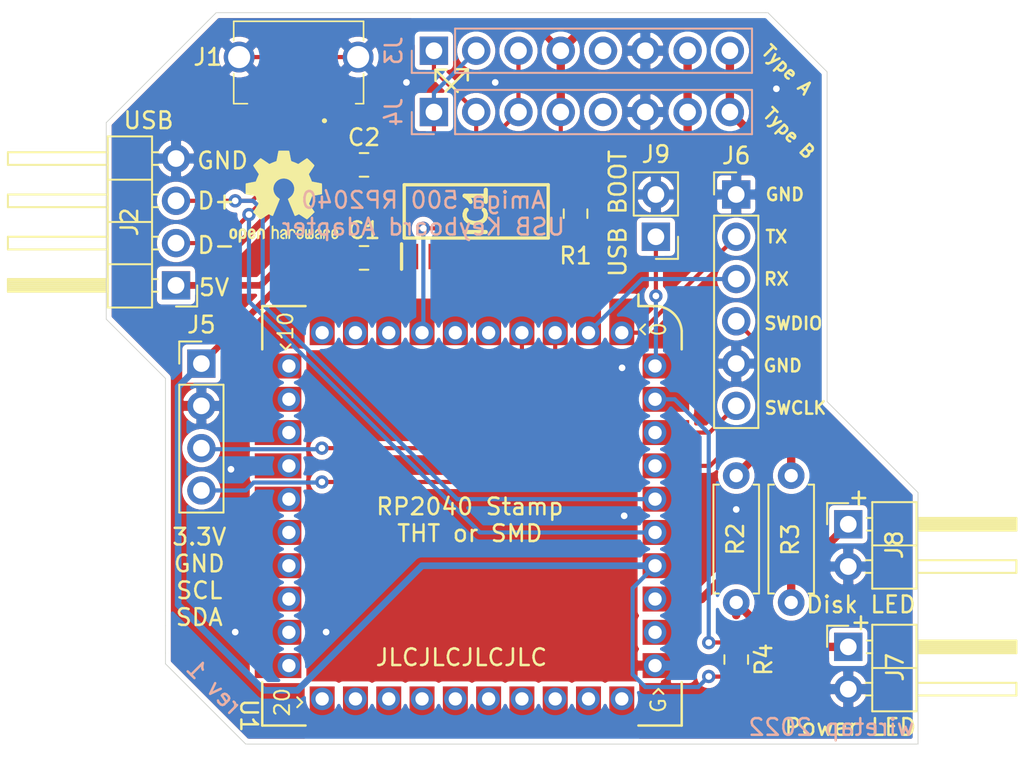
<source format=kicad_pcb>
(kicad_pcb (version 20171130) (host pcbnew "(5.1.6)-1")
  (layers (0 F.Cu signal) (31 B.Cu signal) (34 B.Paste user) (35 F.Paste user) (36 B.SilkS user) (37 F.SilkS user) (38 B.Mask user) (39 F.Mask user) (44 Edge.Cuts user))
  (net 0 "")
  (net 1 +3V3)
  (net 2 GND)
  (net 3 +5V)
  (net 4 KB_RESET)
  (net 5 KB_DATA)
  (net 6 KB_CLK)
  (net 7 "Net-(IC1-Pad6)")
  (net 8 "Net-(IC1-Pad7)")
  (net 9 "Net-(IC1-Pad8)")
  (net 10 "Net-(IC1-Pad9)")
  (net 11 KB_CLK_RAW)
  (net 12 KB_DATA_RAW)
  (net 13 KB_RESET_RAW)
  (net 14 USB_DM)
  (net 15 USB_DP)
  (net 16 "Net-(J1-Pad4)")
  (net 17 "Net-(J3-Pad5)")
  (net 18 PWR_LED)
  (net 19 FLOPPY_LED)
  (net 20 "Net-(J4-Pad5)")
  (net 21 I2C_SCL)
  (net 22 I2C_SDA)
  (net 23 UART_TX)
  (net 24 UART_RX)
  (net 25 SWDIO)
  (net 26 SWCLK)
  (net 27 "Net-(J7-Pad1)")
  (net 28 "Net-(J8-Pad1)")
  (net 29 BOOTSEL)
  (net 30 "Net-(U1-Pad32)")
  (net 31 "Net-(U1-Pad30)")
  (net 32 "Net-(U1-Pad29)")
  (net 33 "Net-(U1-Pad28)")
  (net 34 "Net-(U1-Pad27)")
  (net 35 "Net-(U1-Pad26)")
  (net 36 "Net-(U1-Pad25)")
  (net 37 "Net-(U1-Pad24)")
  (net 38 "Net-(U1-Pad23)")
  (net 39 "Net-(U1-Pad22)")
  (net 40 "Net-(U1-Pad21)")
  (net 41 "Net-(U1-Pad20)")
  (net 42 "Net-(U1-Pad19)")
  (net 43 "Net-(U1-Pad18)")
  (net 44 "Net-(U1-Pad17)")
  (net 45 "Net-(U1-Pad16)")
  (net 46 "Net-(U1-Pad15)")
  (net 47 "Net-(U1-Pad14)")
  (net 48 "Net-(U1-Pad13)")
  (net 49 "Net-(U1-Pad12)")
  (net 50 "Net-(U1-Pad11)")
  (net 51 "Net-(U1-Pad10)")
  (net 52 "Net-(U1-Pad9)")
  (net 53 "Net-(U1-Pad8)")
  (net 54 "Net-(R4-Pad1)")
  (module Symbol:OSHW-Logo2_7.3x6mm_SilkScreen (layer F.Cu) (at 120.015 84.582)
    (fp_text reference REF** hide)
    (fp_text value OSHW-Logo2_7.3x6mm_SilkScreen hide)
  )
  (module Capacitor_SMD:C_0805_2012Metric_Pad1.15x1.40mm_HandSolder (layer F.Cu) (at 124.832 88.265 180)
    (fp_text reference C1 (at -0.009 1.651) (layer F.SilkS))
    (fp_text value 100nF)
    (pad 1 smd roundrect (at -1.025 0 180) (size 1.15 1.4) (layers F.Cu F.Paste F.Mask) (roundrect_rratio 0.217391) (net 1 +3V3))
    (pad 2 smd roundrect (at 1.025 0 180) (size 1.15 1.4) (layers F.Cu F.Paste F.Mask) (roundrect_rratio 0.217391) (net 2 GND))
  )
  (module Capacitor_SMD:C_0805_2012Metric_Pad1.15x1.40mm_HandSolder (layer F.Cu) (at 124.832 82.677)
    (fp_text reference C2 (at 0 -1.65) (layer F.SilkS))
    (fp_text value 100nF)
    (pad 2 smd roundrect (at 1.025 0) (size 1.15 1.4) (layers F.Cu F.Paste F.Mask) (roundrect_rratio 0.217391) (net 3 +5V))
    (pad 1 smd roundrect (at -1.025 0) (size 1.15 1.4) (layers F.Cu F.Paste F.Mask) (roundrect_rratio 0.217391) (net 2 GND))
  )
  (module SOIC127P600X175-14N (layer F.Cu) (at 131.572 85.471 90)
    (fp_text reference IC1 (at 0 0 90) (layer F.SilkS) (effects (font (size 1.27 1.27) (thickness 0.254))))
    (fp_text value TXS0104ED hide)
    (pad 1 smd rect (at -2.712 -3.81 180) (size 0.65 1.525) (layers F.Cu F.Paste F.Mask) (net 1 +3V3))
    (pad 2 smd rect (at -2.712 -2.54 180) (size 0.65 1.525) (layers F.Cu F.Paste F.Mask) (net 5 KB_DATA))
    (pad 3 smd rect (at -2.712 -1.27 180) (size 0.65 1.525) (layers F.Cu F.Paste F.Mask) (net 6 KB_CLK))
    (pad 4 smd rect (at -2.712 0 180) (size 0.65 1.525) (layers F.Cu F.Paste F.Mask) (net 4 KB_RESET))
    (pad 5 smd rect (at -2.712 1.27 180) (size 0.65 1.525) (layers F.Cu F.Paste F.Mask) (net 2 GND))
    (pad 6 smd rect (at -2.712 2.54 180) (size 0.65 1.525) (layers F.Cu F.Paste F.Mask) (net 7 "Net-(IC1-Pad6)"))
    (pad 7 smd rect (at -2.712 3.81 180) (size 0.65 1.525) (layers F.Cu F.Paste F.Mask) (net 8 "Net-(IC1-Pad7)"))
    (pad 8 smd rect (at 2.712 3.81 180) (size 0.65 1.525) (layers F.Cu F.Paste F.Mask) (net 9 "Net-(IC1-Pad8)"))
    (pad 9 smd rect (at 2.712 2.54 180) (size 0.65 1.525) (layers F.Cu F.Paste F.Mask) (net 10 "Net-(IC1-Pad9)"))
    (pad 10 smd rect (at 2.712 1.27 180) (size 0.65 1.525) (layers F.Cu F.Paste F.Mask) (net 2 GND))
    (pad 11 smd rect (at 2.712 0 180) (size 0.65 1.525) (layers F.Cu F.Paste F.Mask) (net 13 KB_RESET_RAW))
    (pad 12 smd rect (at 2.712 -1.27 180) (size 0.65 1.525) (layers F.Cu F.Paste F.Mask) (net 11 KB_CLK_RAW))
    (pad 13 smd rect (at 2.712 -2.54 180) (size 0.65 1.525) (layers F.Cu F.Paste F.Mask) (net 12 KB_DATA_RAW))
    (pad 14 smd rect (at 2.712 -3.81 180) (size 0.65 1.525) (layers F.Cu F.Paste F.Mask) (net 3 +5V))
  )
  (module USB307530A (layer F.Cu) (at 120.904 76.2 180)
    (fp_text reference J1 (at 5.461 0) (layer F.SilkS))
    (fp_text value USB3075-30-A hide)
    (pad 1 smd rect (at -1.3 -2.65 180) (size 0.4 1.4) (layers F.Cu F.Paste F.Mask) (net 3 +5V))
    (pad 2 smd rect (at -0.65 -2.65 180) (size 0.4 1.4) (layers F.Cu F.Paste F.Mask) (net 14 USB_DM))
    (pad 3 smd rect (at 0 -2.65 180) (size 0.4 1.4) (layers F.Cu F.Paste F.Mask) (net 15 USB_DP))
    (pad 4 smd rect (at 0.65 -2.65 180) (size 0.4 1.4) (layers F.Cu F.Paste F.Mask) (net 16 "Net-(J1-Pad4)"))
    (pad 5 smd rect (at 1.3 -2.65 180) (size 0.4 1.4) (layers F.Cu F.Paste F.Mask) (net 2 GND))
    (pad MH1 thru_hole circle (at -3.575 0 180) (size 1.85 1.85) (drill 1.3285) (layers *.Cu *.Mask) (net 2 GND))
    (pad MH2 thru_hole circle (at 3.575 0 180) (size 1.85 1.85) (drill 1.3285) (layers *.Cu *.Mask) (net 2 GND))
    (pad MP1 smd rect (at -1.125 0 180) (size 1.75 1.9) (layers F.Cu F.Paste F.Mask) (net 2 GND))
    (pad MP2 smd rect (at 1.125 0 180) (size 1.75 1.9) (layers F.Cu F.Paste F.Mask) (net 2 GND))
    (pad MP3 smd rect (at -2.32 -2.23 180) (size 1.15 1.45) (layers F.Cu F.Paste F.Mask) (net 2 GND))
    (pad MP4 smd rect (at 2.32 -2.23 180) (size 1.15 1.45) (layers F.Cu F.Paste F.Mask) (net 2 GND))
  )
  (module Connector_PinHeader_2.54mm:PinHeader_1x04_P2.54mm_Horizontal (layer F.Cu) (at 113.538 89.916 180)
    (fp_text reference J2 (at 2.794 3.81 90) (layer F.SilkS))
    (fp_text value USB_HEADER)
    (pad 1 thru_hole rect (at 0 0 180) (size 1.7 1.7) (drill 1) (layers *.Cu *.Mask) (net 3 +5V))
    (pad 2 thru_hole oval (at 0 2.54 180) (size 1.7 1.7) (drill 1) (layers *.Cu *.Mask) (net 14 USB_DM))
    (pad 3 thru_hole oval (at 0 5.08 180) (size 1.7 1.7) (drill 1) (layers *.Cu *.Mask) (net 15 USB_DP))
    (pad 4 thru_hole oval (at 0 7.62 180) (size 1.7 1.7) (drill 1) (layers *.Cu *.Mask) (net 2 GND))
  )
  (module Connector_PinSocket_2.54mm:PinSocket_1x08_P2.54mm_Vertical (layer B.Cu) (at 129.032 75.819 270)
    (fp_text reference J3 (at 0 2.413 270) (layer B.SilkS) (effects (justify mirror)))
    (fp_text value "Type A")
    (pad 1 thru_hole rect (at 0 0 270) (size 1.7 1.7) (drill 1) (layers *.Cu *.Mask) (net 11 KB_CLK_RAW))
    (pad 2 thru_hole oval (at 0 -2.54 270) (size 1.7 1.7) (drill 1) (layers *.Cu *.Mask) (net 12 KB_DATA_RAW))
    (pad 3 thru_hole oval (at 0 -5.08 270) (size 1.7 1.7) (drill 1) (layers *.Cu *.Mask) (net 13 KB_RESET_RAW))
    (pad 4 thru_hole oval (at 0 -7.62 270) (size 1.7 1.7) (drill 1) (layers *.Cu *.Mask) (net 3 +5V))
    (pad 5 thru_hole oval (at 0 -10.16 270) (size 1.7 1.7) (drill 1) (layers *.Cu *.Mask) (net 17 "Net-(J3-Pad5)"))
    (pad 6 thru_hole oval (at 0 -12.7 270) (size 1.7 1.7) (drill 1) (layers *.Cu *.Mask) (net 2 GND))
    (pad 7 thru_hole oval (at 0 -15.24 270) (size 1.7 1.7) (drill 1) (layers *.Cu *.Mask) (net 18 PWR_LED))
    (pad 8 thru_hole oval (at 0 -17.78 270) (size 1.7 1.7) (drill 1) (layers *.Cu *.Mask) (net 19 FLOPPY_LED))
  )
  (module Connector_PinSocket_2.54mm:PinSocket_1x08_P2.54mm_Vertical (layer B.Cu) (at 129.032 79.502 270)
    (fp_text reference J4 (at 0 2.413 270) (layer B.SilkS) (effects (justify mirror)))
    (fp_text value "Type B")
    (pad 8 thru_hole oval (at 0 -17.78 270) (size 1.7 1.7) (drill 1) (layers *.Cu *.Mask) (net 19 FLOPPY_LED))
    (pad 7 thru_hole oval (at 0 -15.24 270) (size 1.7 1.7) (drill 1) (layers *.Cu *.Mask) (net 18 PWR_LED))
    (pad 6 thru_hole oval (at 0 -12.7 270) (size 1.7 1.7) (drill 1) (layers *.Cu *.Mask) (net 2 GND))
    (pad 5 thru_hole oval (at 0 -10.16 270) (size 1.7 1.7) (drill 1) (layers *.Cu *.Mask) (net 20 "Net-(J4-Pad5)"))
    (pad 4 thru_hole oval (at 0 -7.62 270) (size 1.7 1.7) (drill 1) (layers *.Cu *.Mask) (net 3 +5V))
    (pad 3 thru_hole oval (at 0 -5.08 270) (size 1.7 1.7) (drill 1) (layers *.Cu *.Mask) (net 13 KB_RESET_RAW))
    (pad 2 thru_hole oval (at 0 -2.54 270) (size 1.7 1.7) (drill 1) (layers *.Cu *.Mask) (net 11 KB_CLK_RAW))
    (pad 1 thru_hole rect (at 0 0 270) (size 1.7 1.7) (drill 1) (layers *.Cu *.Mask) (net 12 KB_DATA_RAW))
  )
  (module Connector_PinHeader_2.54mm:PinHeader_1x04_P2.54mm_Vertical (layer F.Cu) (at 115.062 94.615)
    (fp_text reference J5 (at 0 -2.33) (layer F.SilkS))
    (fp_text value I2C)
    (pad 1 thru_hole rect (at 0 0) (size 1.7 1.7) (drill 1) (layers *.Cu *.Mask) (net 1 +3V3))
    (pad 2 thru_hole oval (at 0 2.54) (size 1.7 1.7) (drill 1) (layers *.Cu *.Mask) (net 2 GND))
    (pad 3 thru_hole oval (at 0 5.08) (size 1.7 1.7) (drill 1) (layers *.Cu *.Mask) (net 21 I2C_SCL))
    (pad 4 thru_hole oval (at 0 7.62) (size 1.7 1.7) (drill 1) (layers *.Cu *.Mask) (net 22 I2C_SDA))
  )
  (module Connector_PinHeader_2.54mm:PinHeader_1x06_P2.54mm_Vertical (layer F.Cu) (at 147.193 84.455)
    (fp_text reference J6 (at 0 -2.33) (layer F.SilkS))
    (fp_text value DEBUG)
    (pad 1 thru_hole rect (at 0 0) (size 1.7 1.7) (drill 1) (layers *.Cu *.Mask) (net 2 GND))
    (pad 2 thru_hole oval (at 0 2.54) (size 1.7 1.7) (drill 1) (layers *.Cu *.Mask) (net 23 UART_TX))
    (pad 3 thru_hole oval (at 0 5.08) (size 1.7 1.7) (drill 1) (layers *.Cu *.Mask) (net 24 UART_RX))
    (pad 4 thru_hole oval (at 0 7.62) (size 1.7 1.7) (drill 1) (layers *.Cu *.Mask) (net 25 SWDIO))
    (pad 5 thru_hole oval (at 0 10.16) (size 1.7 1.7) (drill 1) (layers *.Cu *.Mask) (net 2 GND))
    (pad 6 thru_hole oval (at 0 12.7) (size 1.7 1.7) (drill 1) (layers *.Cu *.Mask) (net 26 SWCLK))
  )
  (module Connector_PinHeader_2.54mm:PinHeader_1x02_P2.54mm_Vertical (layer F.Cu) (at 142.367 86.995 180)
    (fp_text reference J9 (at 0 4.953) (layer F.SilkS))
    (fp_text value USB_BOOT)
    (pad 1 thru_hole rect (at 0 0 180) (size 1.7 1.7) (drill 1) (layers *.Cu *.Mask) (net 29 BOOTSEL))
    (pad 2 thru_hole oval (at 0 2.54 180) (size 1.7 1.7) (drill 1) (layers *.Cu *.Mask) (net 2 GND))
  )
  (module Resistor_SMD:R_0805_2012Metric_Pad1.15x1.40mm_HandSolder (layer F.Cu) (at 137.541 85.607 270)
    (fp_text reference R1 (at 2.531 0 180) (layer F.SilkS))
    (fp_text value 4.7k)
    (pad 1 smd roundrect (at -1.025 0 270) (size 1.15 1.4) (layers F.Cu F.Paste F.Mask) (roundrect_rratio 0.217391) (net 3 +5V))
    (pad 2 smd roundrect (at 1.025 0 270) (size 1.15 1.4) (layers F.Cu F.Paste F.Mask) (roundrect_rratio 0.217391) (net 9 "Net-(IC1-Pad8)"))
  )
  (module Resistor_THT:R_Axial_DIN0207_L6.3mm_D2.5mm_P7.62mm_Horizontal (layer F.Cu) (at 147.193 108.966 90)
    (fp_text reference R2 (at 3.81 -0.050001 90) (layer F.SilkS))
    (fp_text value R_Small)
    (pad 1 thru_hole circle (at 0 0 90) (size 1.6 1.6) (drill 0.8) (layers *.Cu *.Mask) (net 27 "Net-(J7-Pad1)"))
    (pad 2 thru_hole oval (at 7.62 0 90) (size 1.6 1.6) (drill 0.8) (layers *.Cu *.Mask) (net 18 PWR_LED))
  )
  (module Resistor_THT:R_Axial_DIN0207_L6.3mm_D2.5mm_P7.62mm_Horizontal (layer F.Cu) (at 150.495 108.966 90)
    (fp_text reference R3 (at 3.775999 -0.050001 90) (layer F.SilkS))
    (fp_text value R_Small)
    (pad 2 thru_hole oval (at 7.62 0 90) (size 1.6 1.6) (drill 0.8) (layers *.Cu *.Mask) (net 19 FLOPPY_LED))
    (pad 1 thru_hole circle (at 0 0 90) (size 1.6 1.6) (drill 0.8) (layers *.Cu *.Mask) (net 28 "Net-(J8-Pad1)"))
  )
  (module SamacSys_Parts:RP2040_Stamp_THT (layer F.Cu) (at 131.318 103.759 270)
    (fp_text reference U1 (at 12 13.4 270 unlocked) (layer F.SilkS))
    (fp_text value RP2040_Stamp)
    (fp_text user 10 (at -11.4 11.2 90) (layer F.SilkS) (effects (font (size 0.9 0.9) (thickness 0.12))))
    (fp_text user 0 (at -11.2 -11.2 90) (layer F.SilkS) (effects (font (size 0.9 0.9) (thickness 0.12))))
    (fp_text user 20 (at 11.2 11.4 90) (layer F.SilkS) (effects (font (size 0.9 0.9) (thickness 0.12))))
    (fp_text user G (at 11.4 -11.2 90) (layer F.SilkS) (effects (font (size 0.9 0.9) (thickness 0.12))))
    (pad 40 thru_hole oval (at -9 -11 270) (size 1.35 1.35) (drill 0.8) (layers *.Cu *.Mask) (net 29 BOOTSEL))
    (pad 40 smd rect (at -9 -11.65 180) (size 2.8 1.5) (layers F.Cu F.Paste F.Mask) (net 29 BOOTSEL))
    (pad 39 smd rect (at -7 -11.65 180) (size 2.8 1.5) (layers F.Cu F.Paste F.Mask) (net 54 "Net-(R4-Pad1)"))
    (pad 39 thru_hole oval (at -7 -11 270) (size 1.35 1.35) (drill 0.8) (layers *.Cu *.Mask) (net 54 "Net-(R4-Pad1)"))
    (pad 38 thru_hole oval (at -5 -11 270) (size 1.35 1.35) (drill 0.8) (layers *.Cu *.Mask) (net 26 SWCLK))
    (pad 38 smd rect (at -5 -11.65 180) (size 2.8 1.5) (layers F.Cu F.Paste F.Mask) (net 26 SWCLK))
    (pad 37 smd rect (at -3 -11.65 180) (size 2.8 1.5) (layers F.Cu F.Paste F.Mask) (net 25 SWDIO))
    (pad 37 thru_hole oval (at -3 -11 270) (size 1.35 1.35) (drill 0.8) (layers *.Cu *.Mask) (net 25 SWDIO))
    (pad 36 thru_hole oval (at -1 -11 270) (size 1.35 1.35) (drill 0.8) (layers *.Cu *.Mask) (net 15 USB_DP))
    (pad 36 smd rect (at -1 -11.65 180) (size 2.8 1.5) (layers F.Cu F.Paste F.Mask) (net 15 USB_DP))
    (pad 35 thru_hole oval (at 1 -11 270) (size 1.35 1.35) (drill 0.8) (layers *.Cu *.Mask) (net 14 USB_DM))
    (pad 35 smd rect (at 1 -11.65 180) (size 2.8 1.5) (layers F.Cu F.Paste F.Mask) (net 14 USB_DM))
    (pad 34 smd rect (at 3 -11.65 180) (size 2.8 1.5) (layers F.Cu F.Paste F.Mask) (net 1 +3V3))
    (pad 34 thru_hole oval (at 3 -11 270) (size 1.35 1.35) (drill 0.8) (layers *.Cu *.Mask) (net 1 +3V3))
    (pad 33 smd rect (at 5 -11.65 180) (size 2.8 1.5) (layers F.Cu F.Paste F.Mask) (net 3 +5V))
    (pad 33 thru_hole oval (at 5 -11 270) (size 1.35 1.35) (drill 0.8) (layers *.Cu *.Mask) (net 3 +5V))
    (pad 32 thru_hole oval (at 7 -11 270) (size 1.35 1.35) (drill 0.8) (layers *.Cu *.Mask) (net 30 "Net-(U1-Pad32)"))
    (pad 32 smd rect (at 7 -11.65 180) (size 2.8 1.5) (layers F.Cu F.Paste F.Mask) (net 30 "Net-(U1-Pad32)"))
    (pad 31 thru_hole oval (at 9 -11 270) (size 1.35 1.35) (drill 0.8) (layers *.Cu *.Mask) (net 2 GND))
    (pad 31 smd rect (at 9 -11.65 180) (size 2.8 1.5) (layers F.Cu F.Paste F.Mask) (net 2 GND))
    (pad 30 smd rect (at 11.65 -9 270) (size 2.8 1.5) (layers F.Cu F.Paste F.Mask) (net 31 "Net-(U1-Pad30)"))
    (pad 30 thru_hole oval (at 11 -9 270) (size 1.35 1.35) (drill 0.8) (layers *.Cu *.Mask) (net 31 "Net-(U1-Pad30)"))
    (pad 29 smd rect (at 11.65 -7 270) (size 2.8 1.5) (layers F.Cu F.Paste F.Mask) (net 32 "Net-(U1-Pad29)"))
    (pad 29 thru_hole oval (at 11 -7 270) (size 1.35 1.35) (drill 0.8) (layers *.Cu *.Mask) (net 32 "Net-(U1-Pad29)"))
    (pad 28 smd rect (at 11.65 -5 270) (size 2.8 1.5) (layers F.Cu F.Paste F.Mask) (net 33 "Net-(U1-Pad28)"))
    (pad 28 thru_hole oval (at 11 -5 270) (size 1.35 1.35) (drill 0.8) (layers *.Cu *.Mask) (net 33 "Net-(U1-Pad28)"))
    (pad 27 smd rect (at 11.65 -3 270) (size 2.8 1.5) (layers F.Cu F.Paste F.Mask) (net 34 "Net-(U1-Pad27)"))
    (pad 27 thru_hole oval (at 11 -3 270) (size 1.35 1.35) (drill 0.8) (layers *.Cu *.Mask) (net 34 "Net-(U1-Pad27)"))
    (pad 26 thru_hole oval (at 11 -1 270) (size 1.35 1.35) (drill 0.8) (layers *.Cu *.Mask) (net 35 "Net-(U1-Pad26)"))
    (pad 26 smd rect (at 11.65 -1 270) (size 2.8 1.5) (layers F.Cu F.Paste F.Mask) (net 35 "Net-(U1-Pad26)"))
    (pad 25 smd rect (at 11.65 1 270) (size 2.8 1.5) (layers F.Cu F.Paste F.Mask) (net 36 "Net-(U1-Pad25)"))
    (pad 25 thru_hole oval (at 11 1 270) (size 1.35 1.35) (drill 0.8) (layers *.Cu *.Mask) (net 36 "Net-(U1-Pad25)"))
    (pad 24 thru_hole oval (at 11 3 270) (size 1.35 1.35) (drill 0.8) (layers *.Cu *.Mask) (net 37 "Net-(U1-Pad24)"))
    (pad 24 smd rect (at 11.65 3 270) (size 2.8 1.5) (layers F.Cu F.Paste F.Mask) (net 37 "Net-(U1-Pad24)"))
    (pad 23 smd rect (at 11.65 5 270) (size 2.8 1.5) (layers F.Cu F.Paste F.Mask) (net 38 "Net-(U1-Pad23)"))
    (pad 23 thru_hole oval (at 11 5 270) (size 1.35 1.35) (drill 0.8) (layers *.Cu *.Mask) (net 38 "Net-(U1-Pad23)"))
    (pad 22 smd rect (at 11.65 7 270) (size 2.8 1.5) (layers F.Cu F.Paste F.Mask) (net 39 "Net-(U1-Pad22)"))
    (pad 22 thru_hole oval (at 11 7 270) (size 1.35 1.35) (drill 0.8) (layers *.Cu *.Mask) (net 39 "Net-(U1-Pad22)"))
    (pad 21 smd rect (at 11.65 9 270) (size 2.8 1.5) (layers F.Cu F.Paste F.Mask) (net 40 "Net-(U1-Pad21)"))
    (pad 21 thru_hole oval (at 11 9 270) (size 1.35 1.35) (drill 0.8) (layers *.Cu *.Mask) (net 40 "Net-(U1-Pad21)"))
    (pad 20 thru_hole oval (at 9 11 270) (size 1.35 1.35) (drill 0.8) (layers *.Cu *.Mask) (net 41 "Net-(U1-Pad20)"))
    (pad 20 smd rect (at 9 11.65 180) (size 2.8 1.5) (layers F.Cu F.Paste F.Mask) (net 41 "Net-(U1-Pad20)"))
    (pad 19 thru_hole oval (at 7 11 270) (size 1.35 1.35) (drill 0.8) (layers *.Cu *.Mask) (net 42 "Net-(U1-Pad19)"))
    (pad 19 smd rect (at 7 11.65 180) (size 2.8 1.5) (layers F.Cu F.Paste F.Mask) (net 42 "Net-(U1-Pad19)"))
    (pad 18 smd rect (at 5 11.65 180) (size 2.8 1.5) (layers F.Cu F.Paste F.Mask) (net 43 "Net-(U1-Pad18)"))
    (pad 18 thru_hole oval (at 5 11 270) (size 1.35 1.35) (drill 0.8) (layers *.Cu *.Mask) (net 43 "Net-(U1-Pad18)"))
    (pad 17 smd rect (at 3 11.65 180) (size 2.8 1.5) (layers F.Cu F.Paste F.Mask) (net 44 "Net-(U1-Pad17)"))
    (pad 17 thru_hole oval (at 3 11 270) (size 1.35 1.35) (drill 0.8) (layers *.Cu *.Mask) (net 44 "Net-(U1-Pad17)"))
    (pad 16 thru_hole oval (at 1 11 270) (size 1.35 1.35) (drill 0.8) (layers *.Cu *.Mask) (net 45 "Net-(U1-Pad16)"))
    (pad 16 smd rect (at 1 11.65 180) (size 2.8 1.5) (layers F.Cu F.Paste F.Mask) (net 45 "Net-(U1-Pad16)"))
    (pad 15 smd rect (at -1 11.65 180) (size 2.8 1.5) (layers F.Cu F.Paste F.Mask) (net 46 "Net-(U1-Pad15)"))
    (pad 15 thru_hole oval (at -1 11 270) (size 1.35 1.35) (drill 0.8) (layers *.Cu *.Mask) (net 46 "Net-(U1-Pad15)"))
    (pad 14 smd rect (at -3 11.65 180) (size 2.8 1.5) (layers F.Cu F.Paste F.Mask) (net 47 "Net-(U1-Pad14)"))
    (pad 14 thru_hole oval (at -3 11 270) (size 1.35 1.35) (drill 0.8) (layers *.Cu *.Mask) (net 47 "Net-(U1-Pad14)"))
    (pad 13 smd rect (at -5 11.65 180) (size 2.8 1.5) (layers F.Cu F.Paste F.Mask) (net 48 "Net-(U1-Pad13)"))
    (pad 13 thru_hole oval (at -5 11 270) (size 1.35 1.35) (drill 0.8) (layers *.Cu *.Mask) (net 48 "Net-(U1-Pad13)"))
    (pad 12 smd rect (at -7 11.65 180) (size 2.8 1.5) (layers F.Cu F.Paste F.Mask) (net 49 "Net-(U1-Pad12)"))
    (pad 12 thru_hole oval (at -7 11 270) (size 1.35 1.35) (drill 0.8) (layers *.Cu *.Mask) (net 49 "Net-(U1-Pad12)"))
    (pad 11 thru_hole oval (at -9 11 270) (size 1.35 1.35) (drill 0.8) (layers *.Cu *.Mask) (net 50 "Net-(U1-Pad11)"))
    (pad 11 smd rect (at -9 11.65 180) (size 2.8 1.5) (layers F.Cu F.Paste F.Mask) (net 50 "Net-(U1-Pad11)"))
    (pad 10 smd rect (at -11.65 9 270) (size 2.8 1.5) (layers F.Cu F.Paste F.Mask) (net 51 "Net-(U1-Pad10)"))
    (pad 10 thru_hole oval (at -11 9 270) (size 1.35 1.35) (drill 0.8) (layers *.Cu *.Mask) (net 51 "Net-(U1-Pad10)"))
    (pad 9 smd rect (at -11.65 7 270) (size 2.8 1.5) (layers F.Cu F.Paste F.Mask) (net 52 "Net-(U1-Pad9)"))
    (pad 9 thru_hole oval (at -11 7 270) (size 1.35 1.35) (drill 0.8) (layers *.Cu *.Mask) (net 52 "Net-(U1-Pad9)"))
    (pad 8 smd rect (at -11.65 5 270) (size 2.8 1.5) (layers F.Cu F.Paste F.Mask) (net 53 "Net-(U1-Pad8)"))
    (pad 8 thru_hole oval (at -11 5 270) (size 1.35 1.35) (drill 0.8) (layers *.Cu *.Mask) (net 53 "Net-(U1-Pad8)"))
    (pad 7 thru_hole oval (at -11 3 270) (size 1.35 1.35) (drill 0.8) (layers *.Cu *.Mask) (net 6 KB_CLK))
    (pad 7 smd rect (at -11.65 3 270) (size 2.8 1.5) (layers F.Cu F.Paste F.Mask) (net 6 KB_CLK))
    (pad 6 smd rect (at -11.65 1 270) (size 2.8 1.5) (layers F.Cu F.Paste F.Mask) (net 5 KB_DATA))
    (pad 6 thru_hole oval (at -11 1 270) (size 1.35 1.35) (drill 0.8) (layers *.Cu *.Mask) (net 5 KB_DATA))
    (pad 5 thru_hole oval (at -11 -1 270) (size 1.35 1.35) (drill 0.8) (layers *.Cu *.Mask) (net 4 KB_RESET))
    (pad 5 smd rect (at -11.65 -1 270) (size 2.8 1.5) (layers F.Cu F.Paste F.Mask) (net 4 KB_RESET))
    (pad 4 smd rect (at -11.65 -3 270) (size 2.8 1.5) (layers F.Cu F.Paste F.Mask) (net 21 I2C_SCL))
    (pad 4 thru_hole oval (at -11 -3 270) (size 1.35 1.35) (drill 0.8) (layers *.Cu *.Mask) (net 21 I2C_SCL))
    (pad 3 thru_hole oval (at -11 -5 270) (size 1.35 1.35) (drill 0.8) (layers *.Cu *.Mask) (net 22 I2C_SDA))
    (pad 3 smd rect (at -11.65 -5 270) (size 2.8 1.5) (layers F.Cu F.Paste F.Mask) (net 22 I2C_SDA))
    (pad 2 thru_hole oval (at -11 -7 270) (size 1.35 1.35) (drill 0.8) (layers *.Cu *.Mask) (net 24 UART_RX))
    (pad 2 smd rect (at -11.65 -7 270) (size 2.8 1.5) (layers F.Cu F.Paste F.Mask) (net 24 UART_RX))
    (pad 1 smd rect (at -11.65 -9 270) (size 2.8 1.5) (layers F.Cu F.Paste F.Mask) (net 23 UART_TX))
    (pad 1 thru_hole circle (at -11 -9 270) (size 1.35 1.35) (drill 0.8) (layers *.Cu *.Mask) (net 23 UART_TX))
  )
  (module Connector_PinHeader_2.54mm:PinHeader_1x02_P2.54mm_Horizontal (layer F.Cu) (at 153.924 111.633)
    (fp_text reference J7 (at 2.813999 1.222999 90) (layer F.SilkS))
    (fp_text value "Power LED")
    (pad 1 thru_hole rect (at 0 0) (size 1.7 1.7) (drill 1) (layers *.Cu *.Mask) (net 27 "Net-(J7-Pad1)"))
    (pad 2 thru_hole oval (at 0 2.54) (size 1.7 1.7) (drill 1) (layers *.Cu *.Mask) (net 2 GND))
  )
  (module Connector_PinHeader_2.54mm:PinHeader_1x02_P2.54mm_Horizontal (layer F.Cu) (at 153.924 104.267)
    (fp_text reference J8 (at 2.766999 1.233999 90) (layer F.SilkS))
    (fp_text value "Floppy LED")
    (pad 2 thru_hole oval (at 0 2.54) (size 1.7 1.7) (drill 1) (layers *.Cu *.Mask) (net 2 GND))
    (pad 1 thru_hole rect (at 0 0) (size 1.7 1.7) (drill 1) (layers *.Cu *.Mask) (net 28 "Net-(J8-Pad1)"))
  )
  (module Resistor_SMD:R_0805_2012Metric_Pad1.15x1.40mm_HandSolder (layer F.Cu) (at 147.193 112.395 270)
    (fp_text reference R4 (at 0 -1.65 90) (layer F.SilkS))
    (fp_text value 10k)
    (pad 1 smd roundrect (at -1.025 0 270) (size 1.15 1.4) (layers F.Cu F.Paste F.Mask) (roundrect_rratio 0.217391) (net 54 "Net-(R4-Pad1)"))
    (pad 2 smd roundrect (at 1.025 0 270) (size 1.15 1.4) (layers F.Cu F.Paste F.Mask) (roundrect_rratio 0.217391) (net 1 +3V3))
  )
  (gr_text ↖ (at 130.556 77.597 270) (layer F.SilkS) (effects (font (size 2 2))))
  (gr_text ↖ (at 129.794 77.47) (layer F.SilkS) (effects (font (size 2 2))))
  (gr_text "Type B" (at 150.368 80.772 315) (layer F.SilkS) (effects (font (size 0.75 0.75))))
  (gr_text "Type A" (at 150.241 76.962 315) (layer F.SilkS) (effects (font (size 0.75 0.75))))
  (gr_text "rev 1" (at 115.824 114.046 315) (layer B.SilkS) (effects (font (size 1 1)) (justify mirror)))
  (gr_text "wiretap 2022" (at 152.908 116.459) (layer B.SilkS) (effects (font (size 1 1)) (justify mirror)))
  (gr_text "Amiga 500 RP2040\nUSB Keyboard Adapter" (at 128.397 85.598) (layer B.SilkS) (effects (font (size 1 1)) (justify mirror)))
  (gr_text "RP2040 Stamp\nTHT or SMD" (at 131.191 104.013) (layer F.SilkS) (effects (font (size 1 1))))
  (gr_text JLCJLCJLCJLC (at 130.683 112.268) (layer F.SilkS) (effects (font (size 1 1))))
  (gr_text 5V (at 115.824 90.043) (layer F.SilkS) (effects (font (size 1 1))))
  (gr_text D- (at 115.951 87.503) (layer F.SilkS) (effects (font (size 1 1))))
  (gr_text D+ (at 115.951 84.836) (layer F.SilkS) (effects (font (size 1 1))))
  (gr_text GND (at 116.332 82.423) (layer F.SilkS) (effects (font (size 1 1))))
  (gr_text USB (at 111.887 80.01) (layer F.SilkS) (effects (font (size 1 1))))
  (gr_text "3.3V\nGND\nSCL\nSDA" (at 114.935 107.442) (layer F.SilkS) (effects (font (size 1 1))))
  (gr_text SWCLK (at 150.749 97.282) (layer F.SilkS) (effects (font (size 0.75 0.75))))
  (gr_text GND (at 149.987 94.742) (layer F.SilkS) (effects (font (size 0.75 0.75))))
  (gr_text "SWDIO\n" (at 150.622 92.202) (layer F.SilkS) (effects (font (size 0.75 0.75))))
  (gr_text RX (at 149.606 89.535) (layer F.SilkS) (effects (font (size 0.75 0.75))))
  (gr_text TX (at 149.606 86.995) (layer F.SilkS) (effects (font (size 0.75 0.75))))
  (gr_text GND (at 150.114 84.455) (layer F.SilkS) (effects (font (size 0.75 0.75))))
  (gr_text "USB BOOT" (at 140.081 85.598 90) (layer F.SilkS) (effects (font (size 1 1))))
  (gr_text + (at 154.686 110.109) (layer F.SilkS) (effects (font (size 1 1))))
  (gr_text + (at 154.559 102.616) (layer F.SilkS) (effects (font (size 1 1))))
  (gr_text "Disk LED" (at 154.686 109.093) (layer F.SilkS) (effects (font (size 1 1))))
  (gr_text "Power LED" (at 154.051 116.459) (layer F.SilkS) (effects (font (size 1 1))))
  (gr_line (start 149.098 73.533) (end 152.654 77.089) (layer Edge.Cuts) (width 0.05))
  (gr_line (start 148.971 73.533) (end 149.098 73.533) (layer Edge.Cuts) (width 0.05))
  (gr_line (start 115.951 73.533) (end 148.971 73.533) (layer Edge.Cuts) (width 0.05))
  (gr_line (start 115.443 74.041) (end 115.951 73.533) (layer Edge.Cuts) (width 0.05))
  (gr_line (start 152.654 96.901) (end 152.654 77.089) (layer Edge.Cuts) (width 0.05))
  (gr_line (start 158.115 102.362) (end 152.654 96.901) (layer Edge.Cuts) (width 0.05))
  (gr_line (start 158.115 117.475) (end 158.115 102.362) (layer Edge.Cuts) (width 0.05))
  (gr_line (start 117.729 117.475) (end 158.115 117.475) (layer Edge.Cuts) (width 0.05))
  (gr_line (start 112.903 112.649) (end 117.729 117.475) (layer Edge.Cuts) (width 0.05))
  (gr_line (start 112.903 112.014) (end 112.903 112.649) (layer Edge.Cuts) (width 0.05))
  (gr_line (start 112.903 110.363) (end 112.903 112.014) (layer Edge.Cuts) (width 0.05))
  (gr_line (start 112.903 109.474) (end 112.903 110.363) (layer Edge.Cuts) (width 0.05))
  (gr_line (start 112.903 95.504) (end 112.903 109.474) (layer Edge.Cuts) (width 0.05))
  (gr_line (start 109.347 91.948) (end 112.903 95.504) (layer Edge.Cuts) (width 0.05))
  (gr_line (start 109.347 80.137) (end 109.347 91.948) (layer Edge.Cuts) (width 0.05))
  (gr_line (start 115.443 74.041) (end 109.347 80.137) (layer Edge.Cuts) (width 0.05))
  (segment (start 127.68 88.265) (end 127.762 88.183) (width 0.4) (layer F.Cu) (net 1))
  (segment (start 125.857 88.265) (end 127.68 88.265) (width 0.4) (layer F.Cu) (net 1))
  (segment (start 124.333 89.789) (end 125.857 88.265) (width 0.4) (layer F.Cu) (net 1))
  (segment (start 115.062 94.615) (end 119.888 89.789) (width 0.4) (layer F.Cu) (net 1))
  (segment (start 119.888 89.789) (end 124.333 89.789) (width 0.4) (layer F.Cu) (net 1))
  (segment (start 113.665 96.012) (end 113.665 109.093) (width 0.4) (layer B.Cu) (net 1))
  (segment (start 115.062 94.615) (end 113.665 96.012) (width 0.4) (layer B.Cu) (net 1))
  (segment (start 128.318 106.759) (end 142.318 106.759) (width 0.4) (layer B.Cu) (net 1))
  (segment (start 113.665 109.093) (end 118.814999 114.242999) (width 0.4) (layer B.Cu) (net 1))
  (segment (start 118.814999 114.242999) (end 120.834001 114.242999) (width 0.4) (layer B.Cu) (net 1))
  (segment (start 120.834001 114.242999) (end 128.318 106.759) (width 0.4) (layer B.Cu) (net 1))
  (via (at 145.542 113.411) (size 0.8) (drill 0.4) (layers F.Cu B.Cu) (net 1))
  (segment (start 147.193 113.42) (end 145.551 113.42) (width 0.25) (layer F.Cu) (net 1))
  (segment (start 145.551 113.42) (end 145.542 113.411) (width 0.25) (layer F.Cu) (net 1))
  (segment (start 140.97 113.284) (end 140.97 108.107) (width 0.25) (layer B.Cu) (net 1))
  (segment (start 140.97 108.107) (end 142.318 106.759) (width 0.25) (layer B.Cu) (net 1))
  (segment (start 145.542 113.411) (end 144.907 114.046) (width 0.25) (layer B.Cu) (net 1))
  (segment (start 141.732 114.046) (end 140.97 113.284) (width 0.25) (layer B.Cu) (net 1))
  (segment (start 144.907 114.046) (end 141.732 114.046) (width 0.25) (layer B.Cu) (net 1))
  (via (at 117.094 110.744) (size 0.8) (drill 0.4) (layers F.Cu B.Cu) (net 2))
  (via (at 122.555 110.744) (size 0.8) (drill 0.4) (layers F.Cu B.Cu) (net 2))
  (via (at 140.335 94.869) (size 0.8) (drill 0.4) (layers F.Cu B.Cu) (net 2))
  (via (at 140.462 103.759) (size 0.8) (drill 0.4) (layers F.Cu B.Cu) (net 2))
  (via (at 116.84 100.965) (size 0.8) (drill 0.4) (layers F.Cu B.Cu) (net 2))
  (via (at 127.381 77.724) (size 0.8) (drill 0.4) (layers F.Cu B.Cu) (net 2))
  (via (at 132.715 77.724) (size 0.8) (drill 0.4) (layers F.Cu B.Cu) (net 2))
  (via (at 149.606 78.105) (size 0.8) (drill 0.4) (layers F.Cu B.Cu) (net 2))
  (via (at 147.193 103.378) (size 0.8) (drill 0.4) (layers F.Cu B.Cu) (net 2))
  (segment (start 123.224 77.455) (end 124.479 76.2) (width 0.25) (layer F.Cu) (net 2))
  (segment (start 123.224 78.43) (end 123.224 77.455) (width 0.25) (layer F.Cu) (net 2))
  (segment (start 124.479 76.2) (end 122.029 76.2) (width 0.25) (layer F.Cu) (net 2))
  (segment (start 119.779 76.2) (end 122.029 76.2) (width 0.25) (layer F.Cu) (net 2))
  (segment (start 117.329 76.2) (end 119.779 76.2) (width 0.25) (layer F.Cu) (net 2))
  (segment (start 118.584 77.455) (end 118.584 78.43) (width 0.25) (layer F.Cu) (net 2))
  (segment (start 117.329 76.2) (end 118.584 77.455) (width 0.25) (layer F.Cu) (net 2))
  (segment (start 136.652 75.819) (end 136.652 79.502) (width 0.5) (layer F.Cu) (net 3))
  (segment (start 127.68 82.677) (end 127.762 82.759) (width 0.4) (layer F.Cu) (net 3))
  (segment (start 125.857 82.677) (end 127.68 82.677) (width 0.4) (layer F.Cu) (net 3))
  (segment (start 122.204 82.562412) (end 122.204 79.358) (width 0.4) (layer F.Cu) (net 3))
  (segment (start 114.850412 89.916) (end 122.204 82.562412) (width 0.4) (layer F.Cu) (net 3))
  (segment (start 113.538 89.916) (end 114.850412 89.916) (width 0.4) (layer F.Cu) (net 3))
  (segment (start 118.618 89.916) (end 113.538 89.916) (width 0.4) (layer F.Cu) (net 3))
  (segment (start 125.857 82.677) (end 118.618 89.916) (width 0.4) (layer F.Cu) (net 3))
  (segment (start 145.114 108.759) (end 142.318 108.759) (width 0.5) (layer F.Cu) (net 3))
  (segment (start 138.176 74.295) (end 148.844 74.295) (width 0.5) (layer F.Cu) (net 3))
  (segment (start 136.652 75.819) (end 138.176 74.295) (width 0.5) (layer F.Cu) (net 3))
  (segment (start 148.844 74.295) (end 151.892 77.343) (width 0.5) (layer F.Cu) (net 3))
  (segment (start 151.892 77.343) (end 151.892 101.981) (width 0.5) (layer F.Cu) (net 3))
  (segment (start 151.892 101.981) (end 145.114 108.759) (width 0.5) (layer F.Cu) (net 3))
  (segment (start 135.001 74.168) (end 136.652 75.819) (width 0.4) (layer F.Cu) (net 3))
  (segment (start 125.857 82.677) (end 125.857 76.573998) (width 0.4) (layer F.Cu) (net 3))
  (segment (start 128.262998 74.168) (end 135.001 74.168) (width 0.4) (layer F.Cu) (net 3))
  (segment (start 125.857 76.573998) (end 128.262998 74.168) (width 0.4) (layer F.Cu) (net 3))
  (segment (start 122.204 80.234) (end 122.204 79.532) (width 0.4) (layer F.Cu) (net 3))
  (segment (start 122.204 80.234) (end 122.204 79.358) (width 0.4) (layer F.Cu) (net 3))
  (segment (start 122.204 79.532) (end 122.204 78.85) (width 0.4) (layer F.Cu) (net 3))
  (segment (start 122.204 80.458) (end 122.204 80.234) (width 0.4) (layer F.Cu) (net 3))
  (segment (start 137.541 84.582) (end 137.541 82.042) (width 0.25) (layer F.Cu) (net 3))
  (segment (start 136.652 81.153) (end 136.652 79.502) (width 0.25) (layer F.Cu) (net 3))
  (segment (start 137.541 82.042) (end 136.652 81.153) (width 0.25) (layer F.Cu) (net 3))
  (segment (start 132.318 90.4715) (end 132.318 92.759) (width 0.25) (layer F.Cu) (net 4))
  (segment (start 131.572 88.183) (end 131.572 89.7255) (width 0.25) (layer F.Cu) (net 4))
  (segment (start 131.572 89.7255) (end 132.318 90.4715) (width 0.25) (layer F.Cu) (net 4))
  (segment (start 130.318 90.4815) (end 130.318 92.759) (width 0.25) (layer F.Cu) (net 5))
  (segment (start 129.032 89.1955) (end 130.318 90.4815) (width 0.25) (layer F.Cu) (net 5))
  (segment (start 129.032 88.183) (end 129.032 89.1955) (width 0.25) (layer F.Cu) (net 5))
  (via (at 128.397 86.487) (size 0.8) (drill 0.4) (layers F.Cu B.Cu) (net 6))
  (segment (start 129.6185 86.487) (end 128.397 86.487) (width 0.25) (layer F.Cu) (net 6))
  (segment (start 130.302 88.183) (end 130.302 87.1705) (width 0.25) (layer F.Cu) (net 6))
  (segment (start 130.302 87.1705) (end 129.6185 86.487) (width 0.25) (layer F.Cu) (net 6))
  (segment (start 128.397 92.68) (end 128.318 92.759) (width 0.25) (layer B.Cu) (net 6))
  (segment (start 128.397 86.487) (end 128.397 92.68) (width 0.25) (layer B.Cu) (net 6))
  (segment (start 135.382 82.759) (end 135.382 85.979) (width 0.25) (layer F.Cu) (net 9))
  (segment (start 136.035 86.632) (end 137.541 86.632) (width 0.25) (layer F.Cu) (net 9))
  (segment (start 135.382 85.979) (end 136.035 86.632) (width 0.25) (layer F.Cu) (net 9))
  (segment (start 129.032 76.962) (end 131.572 79.502) (width 0.25) (layer F.Cu) (net 11))
  (segment (start 129.032 75.819) (end 129.032 76.962) (width 0.25) (layer F.Cu) (net 11))
  (segment (start 131.572 79.502) (end 131.572 80.772) (width 0.25) (layer F.Cu) (net 11))
  (segment (start 130.302 82.042) (end 130.302 82.759) (width 0.25) (layer F.Cu) (net 11))
  (segment (start 131.572 80.772) (end 130.302 82.042) (width 0.25) (layer F.Cu) (net 11))
  (segment (start 129.032 78.359) (end 131.572 75.819) (width 0.25) (layer B.Cu) (net 12))
  (segment (start 129.032 79.502) (end 129.032 78.359) (width 0.25) (layer B.Cu) (net 12))
  (segment (start 129.032 79.502) (end 129.032 82.759) (width 0.25) (layer F.Cu) (net 12))
  (segment (start 134.112 75.819) (end 134.112 79.502) (width 0.25) (layer F.Cu) (net 13))
  (segment (start 131.572 82.042) (end 131.572 82.759) (width 0.25) (layer F.Cu) (net 13))
  (segment (start 134.112 79.502) (end 131.572 82.042) (width 0.25) (layer F.Cu) (net 13))
  (segment (start 116.20641 87.376) (end 117.920205 85.662205) (width 0.25) (layer F.Cu) (net 14))
  (segment (start 113.538 87.376) (end 116.20641 87.376) (width 0.25) (layer F.Cu) (net 14))
  (segment (start 117.920205 85.662205) (end 121.554 82.02841) (width 0.25) (layer F.Cu) (net 14))
  (via (at 117.920205 85.662205) (size 0.8) (drill 0.4) (layers F.Cu B.Cu) (net 14))
  (segment (start 117.920205 90.881203) (end 131.798002 104.759) (width 0.25) (layer B.Cu) (net 14))
  (segment (start 131.798002 104.759) (end 142.318 104.759) (width 0.25) (layer B.Cu) (net 14))
  (segment (start 117.920205 85.662205) (end 117.920205 90.881203) (width 0.25) (layer B.Cu) (net 14))
  (segment (start 121.554 79.771) (end 121.554 78.85) (width 0.25) (layer F.Cu) (net 14))
  (segment (start 121.554 79.771) (end 121.554 79.358) (width 0.25) (layer F.Cu) (net 14))
  (segment (start 121.554 82.02841) (end 121.554 79.771) (width 0.25) (layer F.Cu) (net 14))
  (segment (start 118.11 84.836) (end 117.094 84.836) (width 0.25) (layer F.Cu) (net 15))
  (segment (start 120.904 82.042) (end 118.11 84.836) (width 0.25) (layer F.Cu) (net 15))
  (segment (start 117.094 84.836) (end 113.538 84.836) (width 0.25) (layer F.Cu) (net 15))
  (via (at 117.094 84.836) (size 0.8) (drill 0.4) (layers F.Cu B.Cu) (net 15))
  (segment (start 118.745 91.069588) (end 130.434412 102.759) (width 0.25) (layer B.Cu) (net 15))
  (segment (start 130.434412 102.759) (end 142.318 102.759) (width 0.25) (layer B.Cu) (net 15))
  (segment (start 118.745 85.413998) (end 118.745 91.069588) (width 0.25) (layer B.Cu) (net 15))
  (segment (start 117.094 84.836) (end 118.167002 84.836) (width 0.25) (layer B.Cu) (net 15))
  (segment (start 118.167002 84.836) (end 118.745 85.413998) (width 0.25) (layer B.Cu) (net 15))
  (segment (start 120.904 79.756) (end 120.904 82.042) (width 0.25) (layer F.Cu) (net 15))
  (segment (start 120.904 79.756) (end 120.904 78.85) (width 0.25) (layer F.Cu) (net 15))
  (segment (start 120.904 79.358) (end 120.904 79.756) (width 0.25) (layer F.Cu) (net 15))
  (segment (start 144.272 79.502) (end 144.272 81.026) (width 0.5) (layer F.Cu) (net 18))
  (segment (start 144.272 81.026) (end 145.034 81.788) (width 0.5) (layer F.Cu) (net 18))
  (segment (start 145.034 81.788) (end 147.701 81.788) (width 0.5) (layer F.Cu) (net 18))
  (segment (start 147.701 81.788) (end 149.479 83.566) (width 0.5) (layer F.Cu) (net 18))
  (segment (start 149.479 99.06) (end 147.193 101.346) (width 0.5) (layer F.Cu) (net 18))
  (segment (start 149.479 83.566) (end 149.479 99.06) (width 0.5) (layer F.Cu) (net 18))
  (segment (start 144.272 75.819) (end 144.272 79.502) (width 0.5) (layer F.Cu) (net 18))
  (segment (start 150.495 83.185) (end 150.495 101.346) (width 0.5) (layer F.Cu) (net 19))
  (segment (start 146.812 79.502) (end 150.495 83.185) (width 0.5) (layer F.Cu) (net 19))
  (segment (start 146.812 75.819) (end 146.812 79.502) (width 0.5) (layer F.Cu) (net 19))
  (via (at 122.301 99.695) (size 0.8) (drill 0.4) (layers F.Cu B.Cu) (net 21))
  (segment (start 122.237 99.759) (end 122.301 99.695) (width 0.25) (layer B.Cu) (net 21))
  (segment (start 115.062 99.695) (end 115.126 99.759) (width 0.25) (layer B.Cu) (net 21))
  (segment (start 115.126 99.759) (end 122.237 99.759) (width 0.25) (layer B.Cu) (net 21))
  (segment (start 134.318 96.949) (end 134.318 92.759) (width 0.25) (layer F.Cu) (net 21))
  (segment (start 122.301 99.695) (end 131.572 99.695) (width 0.25) (layer F.Cu) (net 21))
  (segment (start 131.572 99.695) (end 134.318 96.949) (width 0.25) (layer F.Cu) (net 21))
  (segment (start 115.062 102.235) (end 117.729 102.235) (width 0.25) (layer B.Cu) (net 22))
  (via (at 122.301 101.727) (size 0.8) (drill 0.4) (layers F.Cu B.Cu) (net 22))
  (segment (start 122.269 101.759) (end 122.301 101.727) (width 0.25) (layer B.Cu) (net 22))
  (segment (start 117.729 102.235) (end 118.205 101.759) (width 0.25) (layer B.Cu) (net 22))
  (segment (start 118.205 101.759) (end 122.269 101.759) (width 0.25) (layer B.Cu) (net 22))
  (segment (start 122.301 101.727) (end 133.35 101.727) (width 0.25) (layer F.Cu) (net 22))
  (segment (start 136.318 98.759) (end 136.318 92.759) (width 0.25) (layer F.Cu) (net 22))
  (segment (start 133.35 101.727) (end 136.318 98.759) (width 0.25) (layer F.Cu) (net 22))
  (segment (start 141.429 92.759) (end 147.193 86.995) (width 0.25) (layer F.Cu) (net 23))
  (segment (start 140.318 92.759) (end 141.429 92.759) (width 0.25) (layer F.Cu) (net 23))
  (segment (start 141.542 89.535) (end 138.318 92.759) (width 0.25) (layer B.Cu) (net 24))
  (segment (start 147.193 89.535) (end 141.542 89.535) (width 0.25) (layer B.Cu) (net 24))
  (segment (start 148.463 93.345) (end 147.193 92.075) (width 0.25) (layer F.Cu) (net 25))
  (segment (start 142.968 100.759) (end 145.621 100.759) (width 0.25) (layer F.Cu) (net 25))
  (segment (start 148.463 97.917) (end 148.463 93.345) (width 0.25) (layer F.Cu) (net 25))
  (segment (start 145.621 100.759) (end 148.463 97.917) (width 0.25) (layer F.Cu) (net 25))
  (segment (start 145.589 98.759) (end 147.193 97.155) (width 0.25) (layer F.Cu) (net 26))
  (segment (start 142.968 98.759) (end 145.589 98.759) (width 0.25) (layer F.Cu) (net 26))
  (segment (start 147.193 108.966) (end 147.193 109.728) (width 0.5) (layer F.Cu) (net 27))
  (segment (start 149.86 111.633) (end 153.924 111.633) (width 0.5) (layer F.Cu) (net 27))
  (segment (start 147.193 108.966) (end 149.86 111.633) (width 0.5) (layer F.Cu) (net 27))
  (segment (start 150.495 107.696) (end 153.924 104.267) (width 0.5) (layer F.Cu) (net 28))
  (segment (start 150.495 108.966) (end 150.495 107.696) (width 0.5) (layer F.Cu) (net 28))
  (via (at 142.367 90.551) (size 0.8) (drill 0.4) (layers F.Cu B.Cu) (net 29))
  (segment (start 142.367 86.995) (end 142.367 90.551) (width 0.25) (layer F.Cu) (net 29))
  (segment (start 142.367 94.71) (end 142.318 94.759) (width 0.25) (layer B.Cu) (net 29))
  (segment (start 142.367 90.551) (end 142.367 94.71) (width 0.25) (layer B.Cu) (net 29))
  (segment (start 147.193 111.37) (end 145.551 111.37) (width 0.25) (layer F.Cu) (net 54))
  (via (at 145.542 111.379) (size 0.8) (drill 0.4) (layers F.Cu B.Cu) (net 54))
  (segment (start 145.551 111.37) (end 145.542 111.379) (width 0.25) (layer F.Cu) (net 54))
  (segment (start 145.542 111.379) (end 145.542 98.806) (width 0.25) (layer B.Cu) (net 54))
  (segment (start 143.495 96.759) (end 142.318 96.759) (width 0.25) (layer B.Cu) (net 54))
  (segment (start 145.542 98.806) (end 143.495 96.759) (width 0.25) (layer B.Cu) (net 54))
  (zone (net 2) (net_name GND) (layer F.Cu) (connect_pads (clearance 0.3)) (min_thickness 0.2) (fill yes (arc_segments 32) (thermal_gap 0.3) (thermal_bridge_width 0.6))
    (polygon (pts (xy 158.877 118.491) (xy 108.839 118.491) (xy 108.839 72.771) (xy 158.877 72.771)))
  )
  (zone (net 2) (net_name GND) (layer B.Cu) (connect_pads (clearance 0.3)) (min_thickness 0.2) (fill yes (arc_segments 32) (thermal_gap 0.3) (thermal_bridge_width 0.6))
    (polygon (pts (xy 158.877 118.491) (xy 108.839 118.491) (xy 108.839 72.771) (xy 158.877 72.771)))
  )
)
</source>
